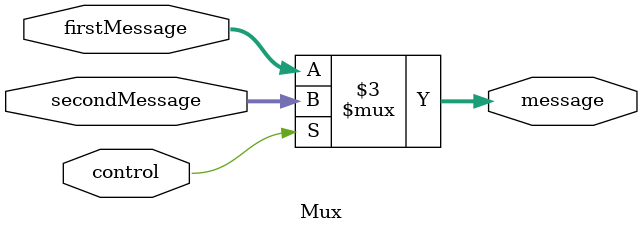
<source format=sv>
module Mux (
	input logic[7:0] firstMessage, secondMessage,
	input logic control,
	output logic[7:0] message
);

always_comb begin
    if (control) message = secondMessage;
    else message = firstMessage;
end

endmodule
</source>
